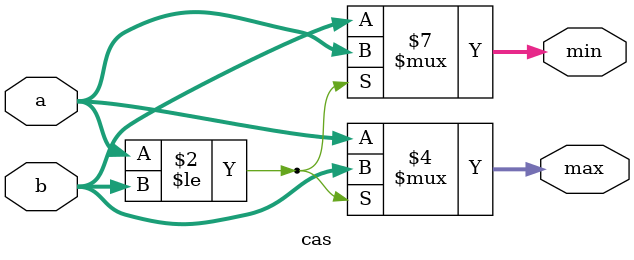
<source format=sv>
module cas #(
    parameter width = 32
)(
    input  logic [width-1:0] a,
    input  logic [width-1:0] b,
    output logic [width-1:0] min,
    output logic [width-1:0] max
);

    always_comb begin
        if ($signed(a) <= $signed(b)) begin
            min = a;
            max = b;
        end 
        else begin
            min = b;
            max = a;
        end
    end

endmodule


</source>
